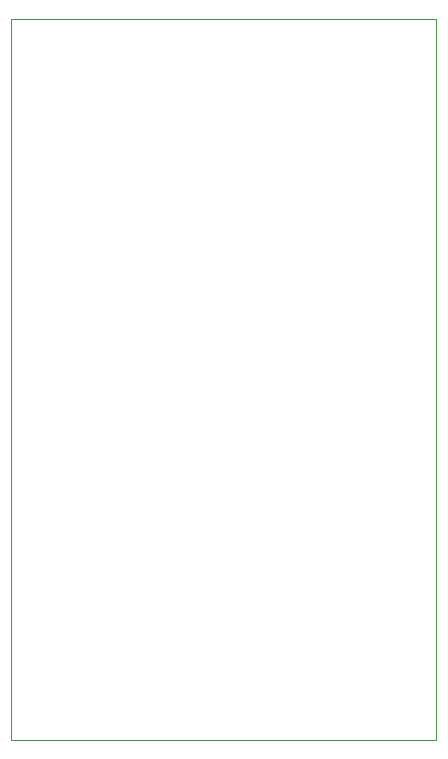
<source format=gbr>
%FSLAX46Y46*%
G04 Gerber Fmt 4.6, Leading zero omitted, Abs format (unit mm)*
G04 Created by KiCad (PCBNEW (2014-10-22 BZR 5216)-product) date Tue 10 Feb 2015 01:20:12 PM EST*
%MOMM*%
G01*
G04 APERTURE LIST*
%ADD10C,0.100000*%
G04 APERTURE END LIST*
D10*
X124300000Y-90700000D02*
X160300000Y-90700000D01*
X160300000Y-151800000D02*
X160300000Y-90700000D01*
X124300000Y-151800000D02*
X160300000Y-151800000D01*
X124300000Y-90700000D02*
X124300000Y-151800000D01*
M02*

</source>
